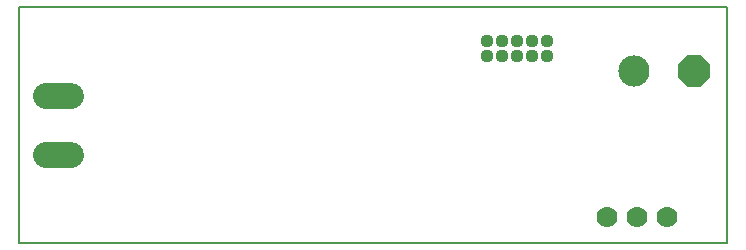
<source format=gbs>
G75*
%MOIN*%
%OFA0B0*%
%FSLAX25Y25*%
%IPPOS*%
%LPD*%
%AMOC8*
5,1,8,0,0,1.08239X$1,22.5*
%
%ADD10C,0.00600*%
%ADD11C,0.04400*%
%ADD12C,0.07000*%
%ADD13C,0.10400*%
%ADD14OC8,0.10400*%
%ADD15C,0.08668*%
D10*
X0035050Y0071300D02*
X0271270Y0071300D01*
X0271270Y0150040D01*
X0035050Y0150040D01*
X0035050Y0071300D01*
D11*
X0191300Y0133800D03*
X0196300Y0133800D03*
X0196300Y0138800D03*
X0191300Y0138800D03*
X0201300Y0138800D03*
X0206300Y0138800D03*
X0206300Y0133800D03*
X0201300Y0133800D03*
X0211300Y0133800D03*
X0211300Y0138800D03*
D12*
X0231300Y0080050D03*
X0241300Y0080050D03*
X0251300Y0080050D03*
D13*
X0240050Y0128800D03*
D14*
X0260050Y0128800D03*
D15*
X0052432Y0120513D02*
X0044164Y0120513D01*
X0044164Y0100828D02*
X0052432Y0100828D01*
M02*

</source>
